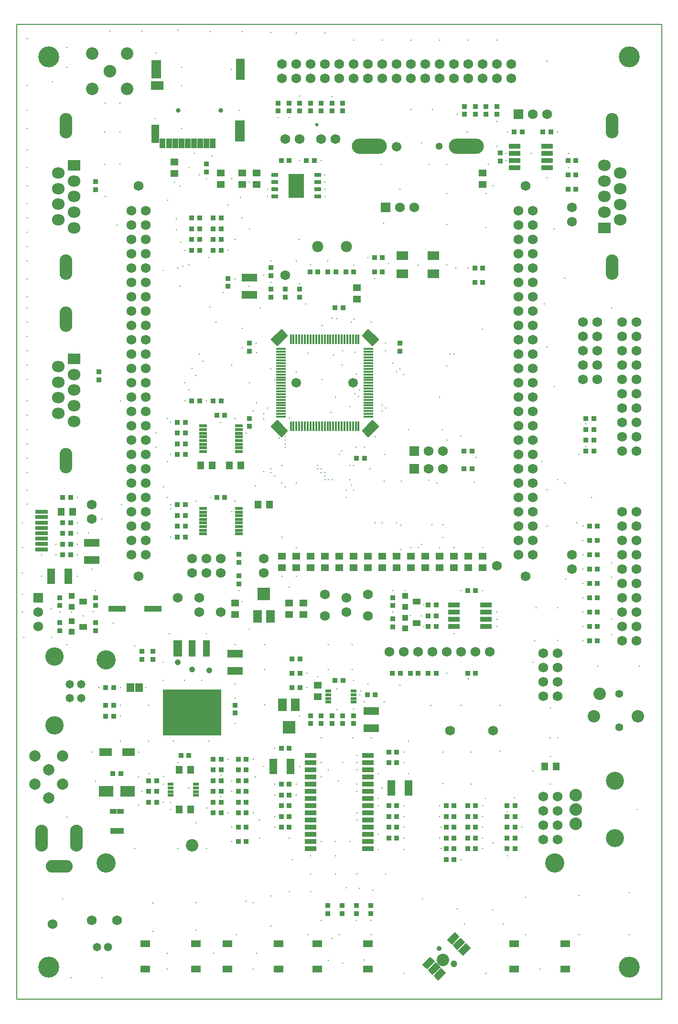
<source format=gbr>
%FSTAX23Y23*%
%MOIN*%
%SFA1B1*%

%IPPOS*%
%ADD11C,0.015000*%
%ADD51C,0.012000*%
%ADD57C,0.005000*%
%ADD93R,0.055000X0.130000*%
%ADD94R,0.063000X0.146000*%
%ADD95R,0.067000X0.130000*%
%ADD96R,0.071000X0.146000*%
%ADD97R,0.088000X0.055000*%
%ADD98R,0.121000X0.041000*%
%ADD99R,0.085000X0.063000*%
%ADD100R,0.039000X0.071000*%
%ADD101R,0.041000X0.071000*%
%ADD102R,0.038000X0.038000*%
%ADD103R,0.058000X0.048000*%
%ADD104R,0.068000X0.048000*%
%ADD105R,0.058000X0.108000*%
%ADD106R,0.043000X0.021000*%
%ADD107R,0.099000X0.077000*%
%ADD108R,0.083000X0.059000*%
%ADD109R,0.083000X0.033000*%
%ADD110R,0.087000X0.028000*%
%ADD111R,0.053000X0.020000*%
%ADD112R,0.047000X0.118000*%
%ADD113R,0.064000X0.118000*%
%ADD114R,0.410000X0.323000*%
%ADD115R,0.045000X0.036000*%
%ADD116R,0.095000X0.039000*%
%ADD117R,0.047000X0.028000*%
%ADD118R,0.108000X0.168000*%
%ADD119R,0.054000X0.019000*%
%ADD120R,0.054000X0.019000*%
%ADD121R,0.016000X0.067000*%
%ADD122R,0.067000X0.016000*%
%ADD123R,0.059000X0.087000*%
%ADD124R,0.087000X0.087000*%
%ADD125R,0.108000X0.058000*%
%ADD126R,0.058000X0.044000*%
%ADD127R,0.044000X0.044000*%
%ADD128R,0.048000X0.058000*%
%ADD129R,0.084000X0.032000*%
%ADD130O,0.244000X0.106000*%
%ADD131O,0.088000X0.178000*%
%ADD132C,0.058000*%
%ADD133C,0.068000*%
%ADD134O,0.088000X0.078000*%
%ADD135R,0.088000X0.078000*%
%ADD136C,0.032000*%
%ADD137C,0.036000*%
%ADD138C,0.047000*%
%ADD139C,0.078000*%
%ADD140R,0.068000X0.068000*%
%ADD141C,0.088000*%
%ADD142C,0.087000*%
%ADD143C,0.087000*%
%ADD144C,0.126000*%
%ADD145C,0.128000*%
%ADD146C,0.079000*%
%ADD147C,0.067000*%
%ADD148C,0.055000*%
%ADD149C,0.053000*%
%ADD150O,0.088000X0.188000*%
%ADD151O,0.188000X0.088000*%
%ADD152C,0.146000*%
%ADD153C,0.134000*%
%ADD154C,0.134000*%
%ADD155C,0.051000*%
%ADD156C,0.008000*%
%ADD157C,0.042000*%
%ADD158C,0.024000*%
%LNmb525b-1*%
%LPD*%
G54D11*
X39932Y54197D02*
X39969Y54233D01*
X40033Y54169*
X39997Y54132*
X39932Y54197*
X3995D02*
X39969Y54216D01*
X40016Y54169*
X39997Y5415*
X3995Y54197*
X39967D02*
X39969Y54198D01*
X39998Y54169*
X39997Y54167*
X39967Y54197*
X39977Y54188D02*
X39989Y54177D01*
X39969Y54767D02*
X39932Y54803D01*
X39997Y54868*
X40033Y54831*
X39969Y54767*
Y54784D02*
X3995Y54803D01*
X39997Y5485*
X40016Y54831*
X39969Y54784*
Y54802D02*
X39967Y54803D01*
X39997Y54833*
X39998Y54831*
X39969Y54802*
X39977Y54811D02*
X39988Y54823D01*
X40603Y54132D02*
X40567Y54169D01*
X40631Y54233*
X40668Y54197*
X40603Y54132*
Y5415D02*
X40584Y54169D01*
X40631Y54216*
X4065Y54197*
X40603Y5415*
Y54167D02*
X40602Y54169D01*
X40631Y54198*
X40633Y54197*
X40603Y54167*
X40612Y54177D02*
X40623Y54189D01*
X40567Y54831D02*
X40603Y54868D01*
X40668Y54803*
X40631Y54767*
X40567Y54831*
X40584D02*
X40603Y5485D01*
X4065Y54803*
X40631Y54784*
X40584Y54831*
X40602D02*
X40603Y54833D01*
X40633Y54803*
X40631Y54802*
X40602Y54831*
X40611Y54823D02*
X40623Y54812D01*
G54D51*
X41053Y50378D02*
X41028Y50403D01*
X41074Y5045*
X411Y50424*
X41053Y50378*
Y50392D02*
X41042Y50403D01*
X41074Y50436*
X41086Y50424*
X41053Y50392*
X41055Y50404D02*
X41073Y50423D01*
X41226Y5055D02*
X412Y50576D01*
X41247Y50622*
X41272Y50597*
X41226Y5055*
Y50564D02*
X41214Y50576D01*
X41247Y50608*
X41258Y50597*
X41226Y50564*
X41227Y50577D02*
X41245Y50596D01*
X41265Y50511D02*
X41239Y50537D01*
X41286Y50583*
X41311Y50558*
X41265Y50511*
Y50525D02*
X41253Y50537D01*
X41286Y50569*
X41297Y50558*
X41265Y50525*
X41266Y50538D02*
X41284Y50557D01*
X41187Y50589D02*
X41161Y50615D01*
X41208Y50661*
X41233Y50636*
X41187Y50589*
Y50603D02*
X41175Y50615D01*
X41208Y50647*
X41219Y50636*
X41187Y50603*
X41188Y50616D02*
X41206Y50635D01*
X41092Y50339D02*
X41067Y50364D01*
X41113Y50411*
X41139Y50385*
X41092Y50339*
Y50353D02*
X41081Y50364D01*
X41113Y50397*
X41125Y50385*
X41092Y50353*
X41094Y50365D02*
X41112Y50384D01*
X41014Y50417D02*
X40989Y50442D01*
X41035Y50489*
X41061Y50463*
X41014Y50417*
Y50431D02*
X41003Y50442D01*
X41035Y50475*
X41047Y50463*
X41014Y50431*
X41016Y50443D02*
X41034Y50462D01*
G54D57*
X4265Y502D02*
Y57D01*
X3815Y502D02*
X4265D01*
X3815Y57D02*
X4265D01*
X3815Y502D02*
Y57D01*
G54D93*
X39118Y56237D03*
G54D94*
X39713Y56689D03*
G54D95*
X39124Y56689D03*
G54D96*
X39709Y56256D03*
G54D97*
X3877Y51925D03*
X3893D03*
G54D98*
X3885Y52925D03*
X391D03*
G54D99*
X39133Y56573D03*
G54D100*
X39387Y56172D03*
X3943D03*
X393D03*
X39214D03*
X39517D03*
X39474D03*
X39257D03*
X39344D03*
G54D101*
X39169Y56172D03*
G54D102*
X40197Y55275D03*
X40252D03*
X40647D03*
X40702D03*
Y55375D03*
X40647D03*
X39577Y54375D03*
X39522D03*
X41998Y5595D03*
X42053D03*
X41998Y5605D03*
X42053D03*
X41403Y552D03*
X41347D03*
X40825Y54722D03*
Y54778D03*
X39752Y5165D03*
X39697D03*
X42123Y5425D03*
X42178D03*
X39577Y55575D03*
X39522D03*
X415Y56428D03*
Y56373D03*
X39373Y55425D03*
X39428D03*
X4035Y56397D03*
Y56452D03*
X41425Y56373D03*
Y56428D03*
X41275D03*
Y56373D03*
X4062Y50798D03*
Y50853D03*
X39697Y514D03*
X39752D03*
X41627Y5155D03*
X41572D03*
X387Y53002D03*
Y52947D03*
X40125Y55097D03*
Y55153D03*
X40025Y55097D03*
Y55153D03*
X38725Y54577D03*
Y54522D03*
X387Y55903D03*
Y55847D03*
X39373Y5565D03*
X39428D03*
X39925Y55303D03*
Y55248D03*
X4135Y56373D03*
Y56428D03*
X41572Y51475D03*
X41627D03*
X40125Y56397D03*
X39975Y56452D03*
X42202Y532D03*
X39752Y515D03*
X42147Y532D03*
X4052Y50853D03*
X4042D03*
X4032D03*
Y50798D03*
X4052D03*
X4042D03*
X39327Y5415D03*
X39272D03*
X41077Y52475D03*
X41022D03*
X40952D03*
X40897D03*
X41298D03*
X41353D03*
X4035Y52178D03*
Y52123D03*
X41272Y539D03*
X41327D03*
X41022Y528D03*
X41077D03*
X41022Y52875D03*
X41077D03*
X42178Y54025D03*
X42123D03*
X39697Y513D03*
X39752D03*
X42202Y531D03*
X42147D03*
X39373Y555D03*
X39428D03*
X39697Y51725D03*
X39752D03*
X40275Y52178D03*
Y52123D03*
X40127Y52375D03*
X40072D03*
X402Y52178D03*
Y52123D03*
X391Y52572D03*
Y52627D03*
X40125Y56452D03*
X40072Y52475D03*
X40127D03*
X39675Y52197D03*
Y52252D03*
X41347Y553D03*
X41403D03*
X40748Y51325D03*
X40803D03*
X39998Y5155D03*
X40053D03*
Y51475D03*
X39998D03*
X4005Y56452D03*
Y56397D03*
X40425Y56452D03*
X39548Y54275D03*
X39603D03*
X42147Y529D03*
X42202D03*
X39025Y52627D03*
Y52572D03*
X38528Y5345D03*
X38472D03*
X39697Y518D03*
X39752D03*
X39775Y54197D03*
X40373Y55025D03*
X40577Y53975D03*
X39775Y54722D03*
X41202Y5155D03*
X41147D03*
X41272Y54025D03*
X41327D03*
X39697Y51875D03*
X39752D03*
X39522D03*
X39577D03*
Y518D03*
X39522D03*
X40173Y5605D03*
X40228D03*
X39072Y5165D03*
X39127D03*
X42202Y527D03*
X42147D03*
X42202Y528D03*
X42147D03*
Y53D03*
X42202D03*
Y534D03*
X42147D03*
X42202Y533D03*
X42147D03*
X39998Y514D03*
X40053D03*
X40803Y5185D03*
X40748D03*
X39998Y5195D03*
X40053D03*
X40748Y51475D03*
X40803D03*
Y514D03*
X40748D03*
X40803Y51925D03*
X40748D03*
X41822Y5625D03*
X41877D03*
X40775Y52947D03*
Y53002D03*
X41202Y51175D03*
X41147D03*
X41298Y5125D03*
X41353D03*
X41298Y51325D03*
X41353D03*
X41298Y514D03*
X41353D03*
X41298Y5155D03*
X41353D03*
Y51475D03*
X41298D03*
X39522Y51575D03*
X39577D03*
X39522Y515D03*
X39577D03*
X405Y52123D03*
Y52178D03*
X39072Y51725D03*
X39127D03*
X40373Y52425D03*
X40428D03*
X38472Y53525D03*
X38528D03*
X42053Y5585D03*
X41998D03*
X41077Y5295D03*
X41022D03*
X3845Y52772D03*
Y52827D03*
X387Y52772D03*
Y52827D03*
X38827Y52175D03*
X38772D03*
X40322Y55275D03*
X40377D03*
X39625Y55228D03*
Y55173D03*
X40053Y517D03*
X39998D03*
X39373Y54375D03*
X39428D03*
X39577Y51725D03*
X39522D03*
X40425Y52123D03*
Y52178D03*
X38827Y5225D03*
X38772D03*
X40447Y55275D03*
X40502D03*
X40748Y5155D03*
X40803D03*
X40428Y55025D03*
X40522Y53975D03*
X39775Y54252D03*
Y54778D03*
X39697Y51575D03*
X39752D03*
X41147Y5125D03*
X41202D03*
X41147Y51325D03*
X41202D03*
X41147Y514D03*
X41202D03*
X41147Y51475D03*
X41202D03*
X39272Y53425D03*
X39327D03*
X39272Y54D03*
X39327D03*
X39272Y53575D03*
X39327D03*
X39272Y535D03*
X39327D03*
X39272Y54075D03*
X39327D03*
X39272Y5365D03*
X39327D03*
X39272Y54225D03*
X39327D03*
X39603Y537D03*
X39548D03*
X38877Y51775D03*
X38822D03*
X41525Y56103D03*
Y56048D03*
X42147Y535D03*
X42202D03*
X39522Y5165D03*
X39577D03*
X39127Y51575D03*
X39072D03*
X41627Y5125D03*
X41572D03*
X39998Y51625D03*
X40053D03*
X3845Y52947D03*
Y53002D03*
X40053Y5605D03*
X39998D03*
X40653Y52325D03*
X40597D03*
X38528Y533D03*
X38472D03*
Y537D03*
X38528D03*
Y53375D03*
X38472D03*
X39353Y519D03*
X39298D03*
X41572Y514D03*
X41627D03*
Y51325D03*
X41572D03*
X39697Y515D03*
X40127Y52575D03*
X40072D03*
X39475Y56028D03*
Y55972D03*
X397Y53248D03*
Y53303D03*
X40425Y56397D03*
X39975D03*
X39577Y555D03*
X39522D03*
X40275Y56452D03*
Y56397D03*
X39428Y55575D03*
X39373D03*
X40827Y52475D03*
X40772D03*
X397Y53153D03*
Y53097D03*
X39925Y55153D03*
Y55097D03*
X40775Y52798D03*
Y52853D03*
X41678Y5625D03*
X41623D03*
X38772Y52375D03*
X38827D03*
X41353Y5305D03*
X41298D03*
X42123Y54175D03*
X42178D03*
X39522Y55425D03*
X39577D03*
Y5565D03*
X39522D03*
X42178Y541D03*
X42123D03*
X402Y56452D03*
Y56397D03*
G54D103*
X39825Y55885D03*
Y55965D03*
X39725D03*
Y55885D03*
X4015Y52965D03*
Y52885D03*
X4025Y5231D03*
Y5239D03*
X409Y5329D03*
X408D03*
Y5321D03*
X3925Y5596D03*
Y5604D03*
X40525Y55085D03*
Y55165D03*
X4005Y52885D03*
Y52965D03*
X409Y5321D03*
X412Y5329D03*
Y5321D03*
X411Y5329D03*
Y5321D03*
X401D03*
Y5329D03*
X413Y5321D03*
Y5329D03*
X41Y5321D03*
Y5329D03*
X39675Y52965D03*
Y52885D03*
X4Y5321D03*
Y5329D03*
X39575Y55885D03*
Y55965D03*
X405Y5329D03*
Y5321D03*
X402Y5329D03*
Y5321D03*
X403D03*
Y5329D03*
X404Y5321D03*
Y5329D03*
X414Y55885D03*
Y55965D03*
X407Y5329D03*
Y5321D03*
X406Y5329D03*
Y5321D03*
X414Y5329D03*
Y5321D03*
G54D104*
X39048Y50412D03*
X39402D03*
Y50588D03*
X39048D03*
X40248Y50412D03*
X40602D03*
Y50588D03*
X40248D03*
X39977Y50412D03*
X39623D03*
Y50588D03*
X39977D03*
X41623D03*
X41977D03*
Y50412D03*
X41623D03*
G54D105*
X3839Y5315D03*
X3851D03*
X40765Y51675D03*
X40885D03*
X3994Y51825D03*
X4006D03*
G54D106*
X39402Y51623D03*
Y51649D03*
Y51674D03*
Y517D03*
X39225Y51623D03*
Y51649D03*
Y51674D03*
Y517D03*
X40502Y52273D03*
Y52299D03*
Y52324D03*
Y5235D03*
X40325Y52273D03*
Y52299D03*
Y52324D03*
Y5235D03*
G54D107*
X38925Y5165D03*
X38775D03*
G54D108*
X41058Y55388D03*
X40842Y55262D03*
X41058D03*
X40842Y55388D03*
G54D109*
X402Y5175D03*
Y5165D03*
Y517D03*
Y518D03*
Y5185D03*
Y519D03*
Y514D03*
X406Y5185D03*
X402Y515D03*
Y5145D03*
Y513D03*
X406Y5165D03*
Y515D03*
Y517D03*
Y5125D03*
Y513D03*
Y5175D03*
Y514D03*
Y5155D03*
Y5135D03*
Y516D03*
Y5145D03*
Y518D03*
X402Y516D03*
Y5155D03*
Y5135D03*
Y5125D03*
X406Y519D03*
G54D110*
X38325Y53338D03*
Y53563D03*
Y5345D03*
Y53488D03*
Y53525D03*
Y536D03*
Y53413D03*
Y53376D03*
G54D111*
X39702Y54021D03*
Y54046D03*
Y54072D03*
Y54098D03*
Y54123D03*
Y54149D03*
Y54174D03*
Y542D03*
X3945Y54021D03*
Y54046D03*
Y54072D03*
Y54098D03*
Y54123D03*
Y54149D03*
Y54174D03*
Y542D03*
X39702Y53446D03*
Y53471D03*
Y53497D03*
Y53523D03*
Y53548D03*
Y53574D03*
Y53599D03*
Y53625D03*
X3945Y53446D03*
Y53471D03*
Y53497D03*
Y53523D03*
Y53548D03*
Y53574D03*
Y53599D03*
Y53625D03*
G54D112*
X39375Y52649D03*
X39475D03*
G54D113*
X39275Y52649D03*
G54D114*
X39375Y522D03*
G54D115*
X38875Y5151D03*
X38825D03*
G54D116*
X3885Y51375D03*
G54D117*
X3995Y5595D03*
Y5585D03*
X4025Y5595D03*
Y559D03*
X3995Y558D03*
X4025D03*
X3995Y559D03*
X4025Y5585D03*
G54D118*
X401Y55875D03*
G54D119*
X38944Y52375D03*
Y52355D03*
X39006Y52395D03*
Y52375D03*
Y52355D03*
G54D120*
X38944Y52395D03*
G54D121*
X40517Y54804D03*
X40536D03*
X40497D03*
X40477D03*
X40457D03*
X40438D03*
X40418D03*
X40398D03*
X40379D03*
X40359D03*
X40339D03*
X4032D03*
X403D03*
X4028D03*
X40261D03*
X40241D03*
X40221D03*
X40202D03*
X40182D03*
X40162D03*
X40143D03*
X40123D03*
X40103D03*
X40083D03*
X40064D03*
Y54196D03*
X40083D03*
X40103D03*
X40123D03*
X40143D03*
X40162D03*
X40182D03*
X40202D03*
X40221D03*
X40241D03*
X40261D03*
X4028D03*
X403D03*
X4032D03*
X40339D03*
X40359D03*
X40379D03*
X40398D03*
X40418D03*
X40438D03*
X40457D03*
X40477D03*
X40497D03*
X40517D03*
X40536D03*
G54D122*
X39996Y54736D03*
Y54717D03*
Y54697D03*
Y54677D03*
Y54657D03*
Y54638D03*
Y54618D03*
Y54598D03*
Y54579D03*
Y54559D03*
Y54539D03*
Y5452D03*
Y545D03*
Y5448D03*
Y54461D03*
Y54441D03*
Y54421D03*
Y54402D03*
Y54382D03*
Y54362D03*
Y54343D03*
Y54323D03*
Y54283D03*
Y54264D03*
X40604D03*
Y54283D03*
Y54303D03*
Y54323D03*
Y54343D03*
Y54362D03*
Y54382D03*
Y54402D03*
Y54421D03*
Y54441D03*
Y54461D03*
Y5448D03*
Y545D03*
Y5452D03*
Y54539D03*
Y54559D03*
Y54579D03*
Y54598D03*
Y54618D03*
Y54638D03*
Y54657D03*
Y54677D03*
Y54697D03*
Y54717D03*
Y54736D03*
X39996Y54303D03*
G54D123*
X40095Y52254D03*
X40005D03*
X3992Y52871D03*
X3983D03*
G54D124*
X4005Y52096D03*
X39875Y53029D03*
G54D125*
X39675Y5249D03*
Y5261D03*
X39775Y55115D03*
Y55235D03*
X40625Y5209D03*
Y5221D03*
X38675Y53265D03*
Y53385D03*
G54D126*
X4094Y52825D03*
Y52974D03*
X38615Y52799D03*
Y52974D03*
G54D127*
X4086Y52787D03*
Y52862D03*
Y52938D03*
Y53013D03*
X38535Y52763D03*
Y52838D03*
Y52938D03*
Y53013D03*
G54D128*
X41835Y51825D03*
X41915D03*
X39285Y51525D03*
X39365D03*
X39285Y518D03*
X39365D03*
X39915Y5365D03*
X39835D03*
X39715Y53925D03*
X39635D03*
X39515D03*
X39435D03*
X3846Y536D03*
X3854D03*
G54D129*
X41625Y5615D03*
Y5605D03*
X4185Y5615D03*
Y561D03*
X41625Y56D03*
X4185D03*
X41625Y561D03*
X4185Y5605D03*
X412Y5295D03*
Y5285D03*
X41425Y5295D03*
Y529D03*
X412Y528D03*
X41425D03*
X412Y529D03*
X41425Y5285D03*
G54D130*
X40611Y5615D03*
X41289D03*
G54D131*
X38495Y56293D03*
Y55307D03*
Y53957D03*
Y54943D03*
X42305Y55307D03*
Y56293D03*
G54D132*
X38495Y56263D03*
Y56338D03*
Y56293D03*
Y56278D03*
Y56248D03*
Y56323D03*
Y56308D03*
Y55277D03*
Y55352D03*
Y55307D03*
Y55292D03*
Y55262D03*
Y55337D03*
Y55322D03*
Y53972D03*
Y53987D03*
Y53912D03*
Y53942D03*
Y53957D03*
Y54002D03*
Y53927D03*
Y54958D03*
Y54973D03*
Y54898D03*
Y54928D03*
Y54943D03*
Y54988D03*
Y54913D03*
X42305Y55337D03*
Y55262D03*
Y55307D03*
Y55322D03*
Y55352D03*
Y55277D03*
Y55292D03*
Y56323D03*
Y56248D03*
Y56293D03*
Y56308D03*
Y56338D03*
Y56263D03*
Y56278D03*
X386Y52398D03*
X3852D03*
Y523D03*
X386D03*
X38713Y50564D03*
X38787D03*
G54D133*
X42475Y54025D03*
X42375D03*
Y54225D03*
Y54325D03*
Y54425D03*
Y54525D03*
Y54825D03*
Y54925D03*
Y54625D03*
Y54725D03*
X42475Y54925D03*
Y54225D03*
Y54325D03*
Y54425D03*
Y54525D03*
Y54625D03*
Y54725D03*
Y54825D03*
X42375Y54125D03*
X42475D03*
Y528D03*
X42375D03*
X42475Y535D03*
Y534D03*
Y533D03*
Y532D03*
Y531D03*
Y53D03*
Y529D03*
Y536D03*
X42375Y534D03*
Y533D03*
Y536D03*
Y535D03*
Y532D03*
Y531D03*
Y53D03*
Y529D03*
Y527D03*
X42475D03*
X415Y53225D03*
X40925Y55725D03*
X40825D03*
X421Y54925D03*
Y54825D03*
Y54725D03*
Y54525D03*
Y54625D03*
X422Y54925D03*
Y54825D03*
Y54725D03*
Y54625D03*
Y54525D03*
X41475Y52075D03*
X41175D03*
X39375Y53175D03*
X39475D03*
Y53275D03*
X39375D03*
X39575Y53175D03*
Y53275D03*
X383Y529D03*
Y528D03*
X3895Y538D03*
X3905Y557D03*
X3895Y556D03*
X3905D03*
X3895Y555D03*
X3905D03*
X3895Y554D03*
X3905D03*
X3895Y553D03*
X3905D03*
X3895Y552D03*
X3905D03*
X3895Y551D03*
X3905D03*
X3895Y55D03*
X3905D03*
X3895Y549D03*
X3905D03*
X3895Y548D03*
X3905D03*
X3895Y547D03*
X3905D03*
X3895Y546D03*
X3905D03*
X3895Y545D03*
X3905D03*
X3895Y544D03*
Y543D03*
X3905D03*
X3895Y542D03*
X3905D03*
X3895Y541D03*
Y54D03*
Y539D03*
Y557D03*
Y537D03*
Y536D03*
Y535D03*
Y534D03*
Y533D03*
X3905D03*
Y534D03*
Y544D03*
Y541D03*
Y54D03*
Y539D03*
Y538D03*
Y537D03*
Y536D03*
Y535D03*
X40025Y562D03*
X40125D03*
X39Y5315D03*
X4165Y556D03*
X4175Y557D03*
X42025Y55625D03*
Y55725D03*
X3885Y5075D03*
X38675D03*
X39275Y53D03*
X42025Y533D03*
Y532D03*
X40275Y562D03*
X40375D03*
X39425Y529D03*
Y53D03*
X384Y50725D03*
X41025Y539D03*
X41125D03*
X38675Y5365D03*
Y5355D03*
X41025Y54025D03*
X41125D03*
X4165Y538D03*
Y553D03*
X4175D03*
X4165Y552D03*
Y548D03*
Y546D03*
X4175D03*
Y543D03*
X4165Y557D03*
X4175Y533D03*
X4045Y53D03*
Y529D03*
X39575D03*
X4165Y539D03*
X4175Y538D03*
Y542D03*
Y539D03*
Y556D03*
X4165Y555D03*
X4175D03*
X4165Y554D03*
X4175D03*
Y552D03*
X4165Y551D03*
X4175D03*
Y545D03*
X4165D03*
X4175Y544D03*
X4165D03*
Y543D03*
Y542D03*
X4175Y541D03*
X4165Y533D03*
Y541D03*
X4175Y54D03*
X4165D03*
Y55D03*
X4175D03*
X4165Y549D03*
X4175D03*
Y548D03*
Y547D03*
X4165D03*
X4175Y535D03*
X4165Y534D03*
X4175D03*
Y536D03*
X4165Y535D03*
Y537D03*
X4175D03*
X4165Y536D03*
X4175Y56375D03*
X4185D03*
X406Y52875D03*
X417Y5315D03*
Y55875D03*
X403Y53025D03*
X39875Y53275D03*
Y53175D03*
X403Y52875D03*
X406Y53025D03*
X41924Y51313D03*
X41824D03*
X41924Y51413D03*
X41824D03*
X41924Y51513D03*
X41824D03*
X41924Y51613D03*
X41824D03*
X41924Y52313D03*
X41824D03*
X41924Y52413D03*
X41824D03*
X41924Y52513D03*
X41824D03*
X41924Y52613D03*
X41824D03*
X39Y55875D03*
X4105Y52625D03*
X4125D03*
X4075D03*
X4085D03*
X4095D03*
X4115D03*
X4135D03*
X4145D03*
X40025Y5525D03*
X416Y56625D03*
X415Y56725D03*
Y56625D03*
X414Y56725D03*
Y56625D03*
X413Y56725D03*
Y56625D03*
X412Y56725D03*
Y56625D03*
X411Y56725D03*
Y56625D03*
X41Y56725D03*
Y56625D03*
X409Y56725D03*
Y56625D03*
X408Y56725D03*
Y56625D03*
X407Y56725D03*
Y56625D03*
X406Y56725D03*
Y56625D03*
X405Y56725D03*
Y56625D03*
X404Y56725D03*
Y56625D03*
X403D03*
X402Y56725D03*
Y56625D03*
X401Y56725D03*
Y56625D03*
X4Y56725D03*
Y56625D03*
X416Y56725D03*
X403D03*
G54D134*
X4236Y55854D03*
X4225Y55909D03*
Y56018D03*
X4236Y55963D03*
Y55745D03*
X4225Y55691D03*
Y558D03*
X4236Y55636D03*
X3844Y55746D03*
Y55855D03*
X3855Y558D03*
Y55909D03*
Y55582D03*
X3844Y55964D03*
Y55637D03*
X3855Y55691D03*
Y54341D03*
X3844Y54287D03*
Y54614D03*
X3855Y54232D03*
Y54559D03*
Y5445D03*
X3844Y54505D03*
Y54396D03*
G54D135*
X4225Y55582D03*
X3855Y56018D03*
Y54668D03*
G54D136*
X39575Y564D03*
X39278D03*
G54D137*
X41097Y50553D03*
G54D138*
X41203Y50447D03*
G54D139*
X4045Y5545D03*
X4025D03*
G54D140*
X40725Y55725D03*
X383Y53D03*
X40925Y539D03*
Y54025D03*
X4165Y56375D03*
G54D141*
X388Y56675D03*
X4205Y51425D03*
Y51625D03*
Y51525D03*
G54D142*
X38923Y56552D03*
X38677D03*
Y56798D03*
X39375Y51275D03*
X41125Y50475D03*
X42178Y52175D03*
X42485D03*
X42217Y52332D03*
G54D143*
X38923Y56798D03*
G54D144*
X42325Y51325D03*
Y51725D03*
G54D145*
X38415Y52591D03*
Y52111D03*
G54D146*
X38375Y51603D03*
X38277Y51898D03*
Y51702D03*
X38473D03*
Y51898D03*
X38375Y518D03*
G54D147*
X40103Y545D03*
X40497D03*
X40802Y56149D03*
G54D148*
X42355Y52096D03*
Y52332D03*
G54D149*
X38325Y51345D03*
Y51305D03*
Y51365D03*
Y51285D03*
X38467Y51128D03*
X38427D03*
X38487D03*
X38407D03*
X38569Y51345D03*
Y51305D03*
Y51365D03*
Y51285D03*
G54D150*
X38325Y51325D03*
X38569D03*
G54D151*
X38447Y51128D03*
G54D152*
X38375Y56775D03*
X42425D03*
Y50425D03*
X38375D03*
G54D153*
X38775Y52568D03*
Y5115D03*
G54D154*
X38775Y5115D03*
X41905D03*
X38774D03*
X41904D03*
G54D155*
X41098Y5615D03*
G54D156*
X4045Y50976D03*
X4054Y50974D03*
X40636Y50962D03*
X393Y567D03*
X39515Y56085D03*
X4185Y5593D03*
X3865Y53455D03*
X38745Y5355D03*
X4185Y56745D03*
X419Y55575D03*
X4174Y561D03*
X4115Y55605D03*
Y55325D03*
X41425Y55585D03*
Y5582D03*
X4144Y56025D03*
X4115Y5582D03*
Y56025D03*
X41025D03*
X40825Y5585D03*
X40695Y56025D03*
X4071Y55615D03*
X4012Y555D03*
X4032Y5535D03*
X4095Y5532D03*
X41355Y53981D03*
X3853Y5035D03*
X38745D03*
X39725Y5488D03*
Y54745D03*
X3954Y54925D03*
X3929Y55175D03*
X3949Y55375D03*
X3885Y556D03*
X3985Y55025D03*
X39815Y5378D03*
X3965Y54625D03*
X3998Y54115D03*
X39875Y54283D03*
Y54249D03*
X39825Y54362D03*
X39875Y53882D03*
X407Y54343D03*
X40025Y53775D03*
X4Y538D03*
X3995Y5385D03*
X4Y53925D03*
X39925Y53875D03*
Y539D03*
X38875Y54375D03*
X3887Y5645D03*
Y5625D03*
Y56025D03*
X39205Y55775D03*
X39293Y55872D03*
X39712Y55793D03*
X39625Y5574D03*
X39175Y55285D03*
X388Y56955D03*
X39025D03*
X39275Y5696D03*
X395Y5695D03*
X39725D03*
X39925Y56945D03*
X401Y5694D03*
X403D03*
X415Y5689D03*
X413D03*
X411D03*
X409D03*
X407D03*
X405D03*
X4105Y56408D03*
X40903D03*
X41975Y5523D03*
X41815Y5395D03*
X4185Y5475D03*
X423Y55022D03*
X4183Y5505D03*
X42075Y54D03*
X4216Y537D03*
X41982Y5313D03*
X42205Y52525D03*
X42495D03*
X4248Y51525D03*
X42075Y50925D03*
X42425Y50945D03*
X417Y5091D03*
X385Y5147D03*
X40425Y5185D03*
X40396Y51725D03*
X40325Y525D03*
X4049D03*
Y52675D03*
X40325D03*
X3907Y52D03*
Y5225D03*
X3847Y509D03*
X4085Y5038D03*
X41425D03*
X39525Y5052D03*
X39825D03*
X392D03*
X39275Y5125D03*
X39475D03*
X394Y5143D03*
X38975Y5125D03*
X39Y51555D03*
X39815Y5175D03*
X39845Y5145D03*
Y51325D03*
X39479Y51533D03*
X391Y50675D03*
Y5087D03*
X394Y50875D03*
Y5068D03*
X3975Y50885D03*
X38875Y52D03*
X387Y5172D03*
X39Y5175D03*
X39175Y51755D03*
X3949Y52D03*
X39245D03*
X3944Y52425D03*
X3932D03*
X39175D03*
Y5255D03*
X39215Y5275D03*
X39882Y52255D03*
Y525D03*
Y52675D03*
X39775Y5278D03*
X40125Y52175D03*
X40675Y51775D03*
X40885Y52D03*
X40715Y52275D03*
X406Y524D03*
X40385Y52365D03*
Y52222D03*
X40495Y52025D03*
X40275D03*
X40375Y512D03*
X402Y51075D03*
X40375D03*
X40525D03*
X40725D03*
X4085Y51245D03*
X40675D03*
X402Y5095D03*
X40625Y5065D03*
X40325Y5047D03*
X404Y5065D03*
X39925Y5071D03*
X4018Y5065D03*
X39685D03*
X39925Y5092D03*
X40055Y5095D03*
X42425Y5065D03*
X42075D03*
X417D03*
X41275Y50725D03*
X4147Y50825D03*
X41225Y5083D03*
X40982Y509D03*
X41545Y50725D03*
X41475Y5129D03*
X4132Y517D03*
X41125Y51705D03*
Y51925D03*
X4132D03*
X41525Y5193D03*
X4104Y5225D03*
X4125D03*
X41525D03*
X40825Y5239D03*
X4142Y516D03*
X41875Y517D03*
X41625Y51605D03*
X4175Y5179D03*
X41875Y51895D03*
X4187Y52025D03*
X41875Y5223D03*
X40833Y53507D03*
Y53339D03*
X423Y52745D03*
Y5285D03*
X41925Y52705D03*
Y5293D03*
X41775D03*
X41765Y527D03*
X423Y53145D03*
Y53245D03*
X42057Y53525D03*
X4185Y535D03*
Y53755D03*
X41345Y53807D03*
X41048Y5351D03*
X41125D03*
Y53421D03*
X40615Y539D03*
X4065Y53523D03*
X40715Y53815D03*
X40835D03*
X41025Y5382D03*
X40885Y54175D03*
X4112D03*
X41247Y54132D03*
X4065Y54125D03*
X4115Y541D03*
X4108Y538D03*
X40717Y54D03*
X40487Y53788D03*
X4045Y5375D03*
X4035Y53825D03*
X405Y53925D03*
X401Y538D03*
X4028Y54525D03*
X4052Y5456D03*
X40054Y54254D03*
X401Y54575D03*
X38975Y52665D03*
X38685Y52903D03*
X3839Y52925D03*
X38395Y52725D03*
X382D03*
X38193Y529D03*
Y53025D03*
Y53175D03*
Y5335D03*
Y53525D03*
X38225Y53655D03*
Y5375D03*
Y53875D03*
Y53975D03*
Y54075D03*
Y54175D03*
Y54275D03*
Y54375D03*
Y54525D03*
Y54625D03*
Y54725D03*
Y54825D03*
Y54925D03*
Y55025D03*
Y551D03*
Y55225D03*
Y5535D03*
Y5545D03*
Y5555D03*
Y5565D03*
Y5575D03*
Y55875D03*
Y56D03*
Y56125D03*
Y56275D03*
Y564D03*
Y56575D03*
Y569D03*
X3888Y5365D03*
X385Y5684D03*
X384Y566D03*
X385Y567D03*
X38768Y5645D03*
X38765Y5625D03*
Y56025D03*
X38768Y558D03*
X39822Y54778D03*
X39825Y5471D03*
X40182Y54707D03*
X4042Y54625D03*
X4051Y54715D03*
X4036Y54695D03*
X40345Y54295D03*
X40475Y54335D03*
X39591Y55132D03*
X3977Y55175D03*
X39499Y55026D03*
X39275Y553D03*
X39312Y55313D03*
X3935Y55325D03*
X403Y5595D03*
Y559D03*
Y5585D03*
Y558D03*
X40125Y5605D03*
X40275D03*
X399Y5585D03*
Y558D03*
X3965Y55925D03*
X39775Y559D03*
X40485Y54925D03*
X39705Y564D03*
X39118Y56343D03*
X393Y56575D03*
X39649Y56689D03*
X39125Y568D03*
X38825Y52825D03*
X38575Y537D03*
X3965Y51725D03*
X38425Y53375D03*
X40899Y52876D03*
X413Y52435D03*
X40505Y54945D03*
X415Y56325D03*
X385Y52675D03*
X41295Y5625D03*
X411Y54402D03*
X40975Y56175D03*
X4005Y5635D03*
X39975D03*
X40647Y55228D03*
X406Y55375D03*
X401Y5535D03*
X41475Y55875D03*
X415Y5615D03*
X408Y53525D03*
X4085Y54559D03*
X40825Y54598D03*
X407Y53525D03*
X408Y54579D03*
X4045Y537D03*
X405Y5375D03*
X40475Y53825D03*
X40775Y54638D03*
X40325Y53825D03*
X41175Y547D03*
X41201Y54701D03*
X414Y54875D03*
X41152Y54618D03*
X403Y53825D03*
Y5385D03*
X40475Y53925D03*
X403Y53875D03*
X40275D03*
Y539D03*
X404Y54D03*
X4025Y539D03*
X40418Y54025D03*
X4025Y53925D03*
X40535Y54405D03*
X4051Y54425D03*
X4054Y5445D03*
X40025Y54125D03*
Y541D03*
Y54075D03*
X40375Y544D03*
X40025Y5405D03*
X39926Y54599D03*
X3995Y5452D03*
X40517Y5405D03*
X40577D03*
X40325Y518D03*
X407Y54303D03*
X40725Y54323D03*
X4175Y5255D03*
X4Y53425D03*
X399Y54323D03*
X4005Y53075D03*
X398Y54303D03*
X39775Y545D03*
X39175Y53775D03*
X39225Y5362D03*
Y5365D03*
X394Y53675D03*
X392Y537D03*
Y5425D03*
X39125Y5415D03*
X40975Y53375D03*
X411Y5335D03*
X40425Y54725D03*
X4095Y5335D03*
X40275Y5075D03*
X4035Y50625D03*
X398Y50875D03*
X401Y5335D03*
X409D03*
X4115Y52475D03*
X412Y5335D03*
X414D03*
X419Y54475D03*
X41925Y53825D03*
X41975Y538D03*
X411Y5155D03*
X41925Y52025D03*
X402Y512D03*
X398Y51875D03*
X39725Y52975D03*
X39675Y55225D03*
X39725Y5565D03*
X40502Y55322D03*
X402Y55325D03*
X39675Y555D03*
X39775Y55575D03*
X40525Y518D03*
Y5185D03*
Y519D03*
X405Y52425D03*
X401Y5315D03*
X40525Y517D03*
X4Y5315D03*
X40525Y5165D03*
Y515D03*
Y5145D03*
X39275Y5185D03*
X39175Y517D03*
X39025Y5165D03*
X40675Y5135D03*
X38575Y533D03*
X4028Y549D03*
X3975Y5415D03*
X39575Y54225D03*
X39125Y5405D03*
X392Y5395D03*
X41225Y56375D03*
X39875Y5525D03*
X39325Y545D03*
X3935Y5445D03*
X39375Y546D03*
X394Y5455D03*
X39425Y547D03*
X3945Y5465D03*
X39475Y54375D03*
X39625Y55425D03*
X411Y51475D03*
X4111Y514D03*
X411Y51325D03*
X4111Y5125D03*
X414D03*
Y51325D03*
Y514D03*
Y51475D03*
Y5155D03*
X40475Y513D03*
X40375D03*
X40275D03*
X3995Y51625D03*
X40075Y51175D03*
X40975Y52875D03*
X4099Y5295D03*
X40775Y529D03*
Y5305D03*
X4086D03*
X4099Y528D03*
X4125Y5305D03*
X414D03*
X415Y528D03*
Y5285D03*
Y529D03*
X412Y5275D03*
X41575Y512D03*
X41675Y514D03*
X4125Y51175D03*
X41572Y51507D03*
X421Y527D03*
Y528D03*
Y529D03*
Y53D03*
Y531D03*
Y532D03*
Y533D03*
Y534D03*
Y535D03*
X392Y50412D03*
X398D03*
X40425Y5045D03*
X40575Y50475D03*
X4052Y5075D03*
X4062D03*
X418Y50412D03*
X4005Y51325D03*
X3965Y5165D03*
X398Y515D03*
X39175Y51575D03*
X39225Y51525D03*
X3935Y51675D03*
X39075Y51775D03*
X39225Y51575D03*
X39625Y515D03*
X39577Y51765D03*
X39575Y51615D03*
X39625Y51875D03*
X3965Y514D03*
Y513D03*
X3995Y514D03*
Y51475D03*
Y517D03*
X39875Y51825D03*
X40275Y5185D03*
Y5175D03*
X40125Y51825D03*
X401Y517D03*
Y51625D03*
X40885Y51775D03*
X4085Y5155D03*
Y51475D03*
Y514D03*
Y51325D03*
X3995Y5195D03*
X38875Y52175D03*
Y5225D03*
Y52375D03*
X38725D03*
X3905D03*
X38535Y529D03*
X3845D03*
X38615Y52875D03*
X4025Y5245D03*
X40175Y52375D03*
Y52475D03*
X4035Y5495D03*
X40386Y54948D03*
X40725Y54725D03*
Y54778D03*
X413Y553D03*
X41215D03*
X393Y56275D03*
X39925Y5535D03*
Y552D03*
X40125Y5519D03*
X40167Y5505D03*
X39265Y55643D03*
Y55568D03*
X39295Y55482D03*
X39325Y55425D03*
X42Y561D03*
Y56D03*
X41565Y561D03*
Y5605D03*
X41925Y5625D03*
X41575D03*
X4055Y5235D03*
X40545Y52325D03*
X40575Y52275D03*
X40502Y52225D03*
X40625Y52025D03*
X4085Y51925D03*
Y5185D03*
X40675Y516D03*
X407Y51675D03*
X40675Y5155D03*
X38325Y533D03*
X38425D03*
X38325Y5315D03*
X38575D03*
X38675Y532D03*
X38575Y53375D03*
Y5345D03*
Y53525D03*
X395Y537D03*
X39225Y53425D03*
Y54D03*
Y54225D03*
X39675Y5425D03*
X39325Y54375D03*
X39675Y53675D03*
X3965Y536D03*
X387Y5305D03*
X39675Y52675D03*
Y524D03*
Y523D03*
Y52125D03*
X39475Y5275D03*
X397Y5305D03*
X39Y51925D03*
X38675D03*
X42123Y54057D03*
Y54213D03*
X40125Y565D03*
X39475Y55925D03*
X39425Y5595D03*
X3935Y56D03*
X3925Y559D03*
X3939Y561D03*
X40625Y54925D03*
X40746Y55331D03*
X4035Y56496D03*
G54D157*
X39495Y52495D03*
X39375Y525D03*
X39275Y5255D03*
G54D158*
X40245Y563D03*
M02*
</source>
